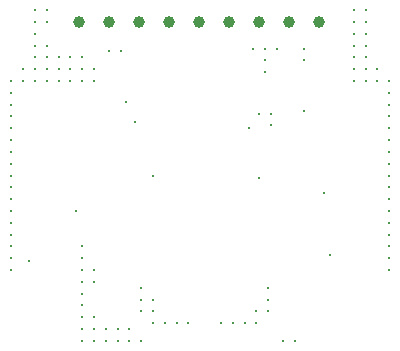
<source format=gbr>
%TF.GenerationSoftware,KiCad,Pcbnew,9.0.5*%
%TF.CreationDate,2025-12-25T12:25:19+05:30*%
%TF.ProjectId,TSH82_Configurable_Op-amp_Board,54534838-325f-4436-9f6e-666967757261,v1.1*%
%TF.SameCoordinates,Original*%
%TF.FileFunction,Plated,1,2,PTH,Drill*%
%TF.FilePolarity,Positive*%
%FSLAX46Y46*%
G04 Gerber Fmt 4.6, Leading zero omitted, Abs format (unit mm)*
G04 Created by KiCad (PCBNEW 9.0.5) date 2025-12-25 12:25:19*
%MOMM*%
%LPD*%
G01*
G04 APERTURE LIST*
%TA.AperFunction,ViaDrill*%
%ADD10C,0.300000*%
%TD*%
%TA.AperFunction,ComponentDrill*%
%ADD11C,1.000000*%
%TD*%
G04 APERTURE END LIST*
D10*
X127000000Y-86000000D03*
X127000000Y-87000000D03*
X127000000Y-88000000D03*
X127000000Y-89000000D03*
X127000000Y-90000000D03*
X127000000Y-91000000D03*
X127000000Y-92000000D03*
X127000000Y-93000000D03*
X127000000Y-94000000D03*
X127000000Y-95000000D03*
X127000000Y-96000000D03*
X127000000Y-97000000D03*
X127000000Y-98000000D03*
X127000000Y-99000000D03*
X127000000Y-100000000D03*
X127000000Y-101000000D03*
X127000000Y-102000000D03*
X128000000Y-85000000D03*
X128000000Y-86000000D03*
X128500000Y-101250000D03*
X129000000Y-80000000D03*
X129000000Y-81000000D03*
X129000000Y-82000000D03*
X129000000Y-83000000D03*
X129000000Y-84000000D03*
X129000000Y-85000000D03*
X129000000Y-86000000D03*
X130000000Y-80000000D03*
X130000000Y-81000000D03*
X130000000Y-83000000D03*
X130000000Y-84000000D03*
X130000000Y-85000000D03*
X130000000Y-86000000D03*
X131000000Y-84000000D03*
X131000000Y-85000000D03*
X131000000Y-86000000D03*
X132000000Y-84000000D03*
X132000000Y-85000000D03*
X132000000Y-86000000D03*
X132500000Y-97000000D03*
X133000000Y-84000000D03*
X133000000Y-85000000D03*
X133000000Y-86000000D03*
X133000000Y-100000000D03*
X133000000Y-101000000D03*
X133000000Y-102000000D03*
X133000000Y-103000000D03*
X133000000Y-104000000D03*
X133000000Y-105000000D03*
X133000000Y-106000000D03*
X133000000Y-107000000D03*
X133000000Y-108000000D03*
X134000000Y-85000000D03*
X134000000Y-86000000D03*
X134000000Y-102000000D03*
X134000000Y-103000000D03*
X134000000Y-106000000D03*
X134000000Y-107000000D03*
X134000000Y-108000000D03*
X135000000Y-107000000D03*
X135000000Y-108000000D03*
X135250000Y-83500000D03*
X136000000Y-107000000D03*
X136000000Y-108000000D03*
X136250000Y-83500000D03*
X136750000Y-87750000D03*
X137000000Y-107000000D03*
X137000000Y-108000000D03*
X137500000Y-89500000D03*
X138000000Y-103500000D03*
X138000000Y-104500000D03*
X138000000Y-105500000D03*
X138000000Y-108000000D03*
X139000000Y-94000000D03*
X139000000Y-104500000D03*
X139000000Y-105500000D03*
X139000000Y-106500000D03*
X140000000Y-106500000D03*
X141000000Y-106500000D03*
X142000000Y-106500000D03*
X144750000Y-106500000D03*
X145750000Y-106500000D03*
X146750000Y-106500000D03*
X147125000Y-90000000D03*
X147500000Y-83250000D03*
X147750000Y-105500000D03*
X147750000Y-106500000D03*
X148000000Y-88750000D03*
X148000000Y-94250000D03*
X148500000Y-83250000D03*
X148500000Y-84250000D03*
X148500000Y-85250000D03*
X148750000Y-103500000D03*
X148750000Y-104500000D03*
X148750000Y-105500000D03*
X149000000Y-88750000D03*
X149000000Y-89750000D03*
X149500000Y-83250000D03*
X150000000Y-108000000D03*
X151000000Y-108000000D03*
X151750000Y-83250000D03*
X151750000Y-84250000D03*
X151750000Y-88500000D03*
X153500000Y-95500000D03*
X154000000Y-100750000D03*
X156000000Y-80000000D03*
X156000000Y-81000000D03*
X156000000Y-82000000D03*
X156000000Y-83000000D03*
X156000000Y-84000000D03*
X156000000Y-85000000D03*
X156000000Y-86000000D03*
X157000000Y-80000000D03*
X157000000Y-81000000D03*
X157000000Y-82000000D03*
X157000000Y-83000000D03*
X157000000Y-84000000D03*
X157000000Y-85000000D03*
X157000000Y-86000000D03*
X158000000Y-85000000D03*
X158000000Y-86000000D03*
X159000000Y-86000000D03*
X159000000Y-87000000D03*
X159000000Y-88000000D03*
X159000000Y-89000000D03*
X159000000Y-90000000D03*
X159000000Y-91000000D03*
X159000000Y-92000000D03*
X159000000Y-93000000D03*
X159000000Y-94000000D03*
X159000000Y-95000000D03*
X159000000Y-96000000D03*
X159000000Y-97000000D03*
X159000000Y-98000000D03*
X159000000Y-99000000D03*
X159000000Y-100000000D03*
X159000000Y-101000000D03*
X159000000Y-102000000D03*
D11*
%TO.C,J1*%
X132760000Y-81000000D03*
X135300000Y-81000000D03*
X137840000Y-81000000D03*
X140380000Y-81000000D03*
X142920000Y-81000000D03*
X145460000Y-81000000D03*
X148000000Y-81000000D03*
X150540000Y-81000000D03*
X153080000Y-81000000D03*
M02*

</source>
